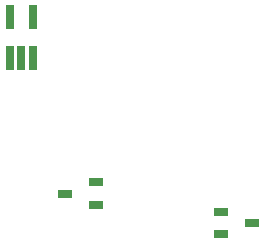
<source format=gbr>
%TF.GenerationSoftware,KiCad,Pcbnew,7.0.6*%
%TF.CreationDate,2023-08-07T22:53:29+02:00*%
%TF.ProjectId,attiny85_time_switch,61747469-6e79-4383-955f-74696d655f73,1.0*%
%TF.SameCoordinates,Original*%
%TF.FileFunction,Paste,Top*%
%TF.FilePolarity,Positive*%
%FSLAX46Y46*%
G04 Gerber Fmt 4.6, Leading zero omitted, Abs format (unit mm)*
G04 Created by KiCad (PCBNEW 7.0.6) date 2023-08-07 22:53:29*
%MOMM*%
%LPD*%
G01*
G04 APERTURE LIST*
%ADD10R,1.220000X0.650000*%
%ADD11R,0.650000X2.000000*%
G04 APERTURE END LIST*
D10*
%TO.C,Q2*%
X162280000Y-108950000D03*
X162280000Y-110850000D03*
X164900000Y-109900000D03*
%TD*%
%TO.C,Q1*%
X151710000Y-108350000D03*
X151710000Y-106450000D03*
X149090000Y-107400000D03*
%TD*%
D11*
%TO.C,U2*%
X144450000Y-95910000D03*
X145400000Y-95910000D03*
X146350000Y-95910000D03*
X146350000Y-92490000D03*
X144450000Y-92490000D03*
%TD*%
M02*

</source>
